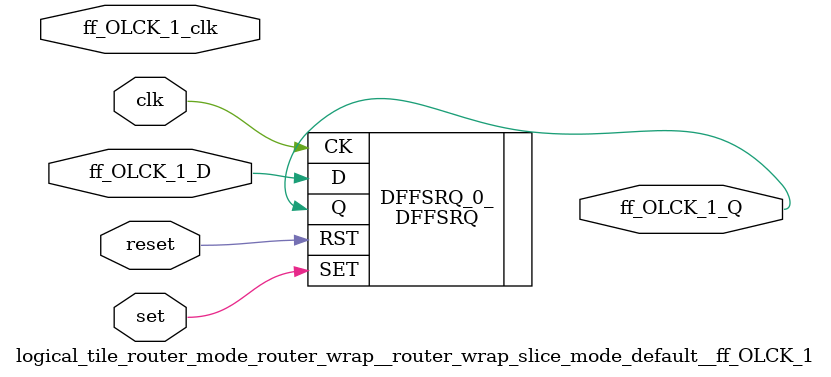
<source format=v>
`default_nettype none

module logical_tile_router_mode_router_wrap__router_wrap_slice_mode_default__ff_OLCK_1(set,
                                                                                       reset,
                                                                                       clk,
                                                                                       ff_OLCK_1_D,
                                                                                       ff_OLCK_1_Q,
                                                                                       ff_OLCK_1_clk);
//----- GLOBAL PORTS -----
input [0:0] set;
//----- GLOBAL PORTS -----
input [0:0] reset;
//----- GLOBAL PORTS -----
input [0:0] clk;
//----- INPUT PORTS -----
input [0:0] ff_OLCK_1_D;
//----- OUTPUT PORTS -----
output [0:0] ff_OLCK_1_Q;
//----- CLOCK PORTS -----
input [0:0] ff_OLCK_1_clk;

//----- BEGIN wire-connection ports -----
wire [0:0] ff_OLCK_1_D;
wire [0:0] ff_OLCK_1_Q;
wire [0:0] ff_OLCK_1_clk;
//----- END wire-connection ports -----


//----- BEGIN Registered ports -----
//----- END Registered ports -----



// ----- BEGIN Local short connections -----
// ----- END Local short connections -----
// ----- BEGIN Local output short connections -----
// ----- END Local output short connections -----

	DFFSRQ DFFSRQ_0_ (
		.SET(set),
		.RST(reset),
		.CK(clk),
		.D(ff_OLCK_1_D),
		.Q(ff_OLCK_1_Q));

endmodule
// ----- END Verilog module for logical_tile_router_mode_router_wrap__router_wrap_slice_mode_default__ff_OLCK_1 -----

//----- Default net type -----
`default_nettype wire




</source>
